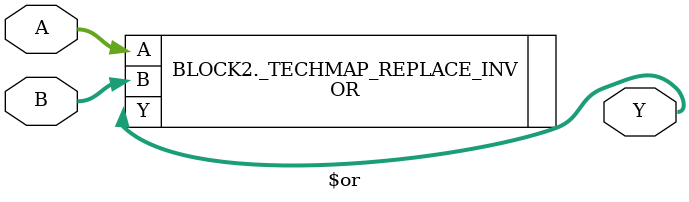
<source format=v>

module \$and (
    A,
    B,
    Y
);

  parameter A_SIGNED = 0;
  parameter B_SIGNED = 0;
  parameter A_WIDTH = 0;
  parameter B_WIDTH = 0;
  parameter Y_WIDTH = 0;

  input [A_WIDTH-1:0] A;
  input [B_WIDTH-1:0] B;
  output [Y_WIDTH-1:0] Y;

  generate
    if (A_SIGNED || B_SIGNED || A_WIDTH > 1 || B_WIDTH > 1 || Y_WIDTH > 1) begin : BLOCK1
      AND #(
          .A_SIGNED(A_SIGNED),
          .B_SIGNED(B_SIGNED),
          .A_WIDTH (A_WIDTH),
          .B_WIDTH (B_WIDTH),
          .Y_WIDTH (Y_WIDTH)
      ) _TECHMAP_REPLACE_ (
          .A(A),
          .B(B),
          .Y(Y)
      );
    end else begin : BLOCK2
      AND _TECHMAP_REPLACE_ (
          .A(A),
          .B(B),
          .Y(Y)
      );
    end
  endgenerate

endmodule


module \$not (
    A,
    Y
);

  parameter A_SIGNED = 0;
  parameter A_WIDTH = 0;
  parameter Y_WIDTH = 0;

  input [A_WIDTH-1:0] A;
  output [Y_WIDTH-1:0] Y;

  generate
    if (A_SIGNED || A_WIDTH > 1 || Y_WIDTH > 1) begin : BLOCK1
      INV #(
          .A_SIGNED(A_SIGNED),
          .A_WIDTH (A_WIDTH),
          .Y_WIDTH (Y_WIDTH)
      ) _TECHMAP_REPLACE_ (
          .A(A),
          .Y(Y)
      );
    end else begin : BLOCK2
      INV _TECHMAP_REPLACE_ (
          .A(A),
          .Y(Y)
      );
    end
  endgenerate

endmodule

module \$or (
    A,
    B,
    Y
);

  parameter A_SIGNED = 0;
  parameter B_SIGNED = 0;
  parameter A_WIDTH = 0;
  parameter B_WIDTH = 0;
  parameter Y_WIDTH = 0;

  input [A_WIDTH-1:0] A;
  input [B_WIDTH-1:0] B;
  output [Y_WIDTH-1:0] Y;

  generate
    if (A_SIGNED || B_SIGNED || A_WIDTH > 1 || B_WIDTH > 1 || Y_WIDTH > 1) begin : BLOCK1
      OR #(
          .A_SIGNED(A_SIGNED),
          .B_SIGNED(B_SIGNED),
          .A_WIDTH (A_WIDTH),
          .B_WIDTH (B_WIDTH),
          .Y_WIDTH (Y_WIDTH)
      ) _TECHMAP_REPLACE_ (
          .A(A),
          .B(B),
          .Y(Y)
      );
    end else begin : BLOCK2
      OR _TECHMAP_REPLACE_INV (
          .A(A),
          .B(B),
          .Y(Y)
      );
    end
  endgenerate

endmodule

</source>
